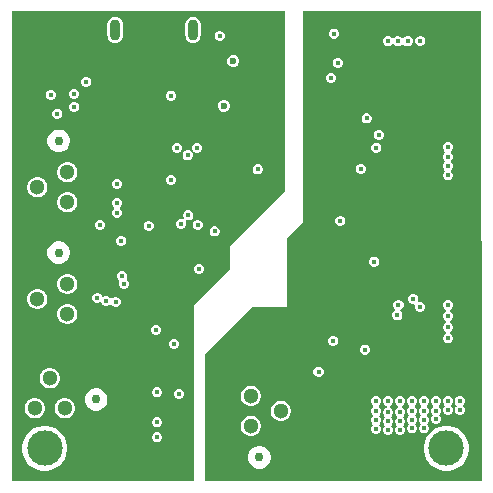
<source format=gbr>
%TF.GenerationSoftware,Altium Limited,Altium Designer,22.10.1 (41)*%
G04 Layer_Physical_Order=3*
G04 Layer_Color=16440176*
%FSLAX45Y45*%
%MOMM*%
%TF.SameCoordinates,8EF9DDD9-B046-4884-B7CB-8C41A3A7CB5C*%
%TF.FilePolarity,Positive*%
%TF.FileFunction,Copper,L3,Inr,Signal*%
%TF.Part,Single*%
G01*
G75*
%TA.AperFunction,ComponentPad*%
%ADD46C,1.30000*%
%ADD47C,0.75000*%
%TA.AperFunction,WasherPad*%
%ADD48C,3.00000*%
%TA.AperFunction,SMDPad,CuDef*%
%ADD49C,3.00000*%
%TA.AperFunction,ComponentPad*%
%ADD50O,0.90000X1.80000*%
%TA.AperFunction,ViaPad*%
%ADD51C,0.45000*%
%ADD52C,0.50000*%
%ADD53C,0.60000*%
G36*
X3995517Y3584072D02*
X3995537Y3568452D01*
X3995537Y3568452D01*
X3995537Y3568451D01*
X3996262Y2988530D01*
X3996262Y2988530D01*
X3996262Y2988529D01*
X3996583Y2732306D01*
X3996582Y2732305D01*
X3996583Y2732305D01*
X3996626Y2697621D01*
X3996626Y2697621D01*
X3996626Y2697621D01*
X3996725Y2618454D01*
X3996725Y2618454D01*
X3996725Y2618453D01*
X3997231Y2214047D01*
X3997231Y2214046D01*
X3997231Y2214046D01*
X3997618Y1904074D01*
X3997638Y1888454D01*
X3997638Y1888454D01*
X3997638Y1888453D01*
X3997694Y1843971D01*
X3997693Y1843970D01*
X3997694Y1843970D01*
X3998016Y1586576D01*
X3998015Y1586575D01*
X3998016Y1586575D01*
X3998055Y1555281D01*
X3998054Y1555281D01*
X3998055Y1555280D01*
X3998076Y1538428D01*
X3998075Y1538427D01*
X3998084Y1531029D01*
X3998085Y1531029D01*
X3998122Y1501547D01*
X3998122Y1501546D01*
X3998122Y1501546D01*
X3998138Y1488707D01*
X3998138Y1488707D01*
X3998138Y1488706D01*
X3998183Y1452697D01*
X3998183Y1452696D01*
X3998183Y1452696D01*
X3998239Y1408213D01*
X3998238Y1408213D01*
X3998239Y1408213D01*
X3998263Y1388972D01*
X3998263Y1388971D01*
X3998263Y1388971D01*
X3998355Y1314880D01*
X3998355Y1314880D01*
X3998355Y1314880D01*
X3998398Y1280834D01*
X3998398Y1280834D01*
X3998398Y1280833D01*
X3998437Y1250000D01*
X3998436Y1250000D01*
X3998437Y1250000D01*
X3998472Y1221547D01*
X3998472Y1221546D01*
X3998472Y1221546D01*
X3998527Y1177702D01*
X3998527Y1177702D01*
X3998527Y1177701D01*
X3998570Y1143656D01*
X3998569Y1143656D01*
X3998570Y1143655D01*
X3998625Y1099173D01*
X3998625Y1099172D01*
X3998625Y1099172D01*
X3998762Y990000D01*
X3998761Y990000D01*
X3998762Y990000D01*
X3998845Y923426D01*
X3998845Y923426D01*
X3998845Y923426D01*
X3999082Y733530D01*
X3999082Y733530D01*
X3999082Y733529D01*
X3999173Y661471D01*
X3999172Y661470D01*
X3999193Y644999D01*
X3999193D01*
X3999217Y625954D01*
X3999217Y625954D01*
X3999217Y625953D01*
X3999254Y596547D01*
X3999254Y596546D01*
X3999254Y596546D01*
X3999274Y580001D01*
X3999274Y580000D01*
X3999293Y565000D01*
X3999293Y565000D01*
X3999311Y550954D01*
X3999311Y550954D01*
X3999311Y550953D01*
X3999330Y535954D01*
X3999329Y535954D01*
X3999388Y488529D01*
X3999389D01*
X3999420Y463454D01*
X3999419Y463454D01*
X3999428Y456691D01*
X3999429Y456690D01*
X3999445Y444047D01*
X3999444Y444046D01*
X3999445Y444046D01*
X3999473Y421483D01*
X3999472Y421483D01*
X3999493Y404500D01*
X3999494D01*
X3999626Y298519D01*
X3999626Y298519D01*
X3999626Y298518D01*
X3999694Y244579D01*
X3999694Y244579D01*
X3999694Y244578D01*
X3999795Y164169D01*
X3999794Y164169D01*
X3999795Y164169D01*
X3999817Y146482D01*
X3999816Y146481D01*
X3999817Y146481D01*
X3999862Y110000D01*
X3999862Y110000D01*
X3999862Y109999D01*
X3999963Y29377D01*
X3990988Y20391D01*
X1656247D01*
Y1098750D01*
X2052497Y1495000D01*
X2349997D01*
X2354997Y2082500D01*
X2487497Y2215000D01*
Y4000000D01*
X3994997D01*
X3995517Y3584072D01*
D02*
G37*
G36*
X2335000Y2475000D02*
X1870000Y2010000D01*
Y1820000D01*
X1560000Y1510000D01*
Y20391D01*
X20391D01*
Y4000000D01*
X2335000D01*
Y2475000D01*
D02*
G37*
%LPC*%
G36*
X3380954Y3787501D02*
X3364047D01*
X3348426Y3781031D01*
X3336471Y3769076D01*
X3336351Y3768787D01*
X3323651D01*
X3323531Y3769076D01*
X3311576Y3781031D01*
X3295955Y3787501D01*
X3279048D01*
X3263428Y3781031D01*
X3253810Y3771414D01*
X3246252Y3770031D01*
X3238694Y3771414D01*
X3229077Y3781031D01*
X3213456Y3787501D01*
X3196549D01*
X3180928Y3781031D01*
X3168973Y3769076D01*
X3162503Y3753455D01*
Y3736548D01*
X3168973Y3720927D01*
X3180928Y3708972D01*
X3196549Y3702502D01*
X3213456D01*
X3229077Y3708972D01*
X3238694Y3718589D01*
X3246252Y3719972D01*
X3253810Y3718589D01*
X3263428Y3708972D01*
X3279048Y3702502D01*
X3295955D01*
X3311576Y3708972D01*
X3323531Y3720927D01*
X3323651Y3721216D01*
X3336351D01*
X3336471Y3720927D01*
X3348426Y3708972D01*
X3364047Y3702502D01*
X3380954D01*
X3396574Y3708972D01*
X3408530Y3720927D01*
X3415000Y3736548D01*
Y3753455D01*
X3408530Y3769076D01*
X3396574Y3781031D01*
X3380954Y3787501D01*
D02*
G37*
G36*
X2758454Y3852500D02*
X2741546D01*
X2725926Y3846030D01*
X2713970Y3834074D01*
X2707500Y3818454D01*
Y3801546D01*
X2713970Y3785926D01*
X2725926Y3773970D01*
X2741546Y3767500D01*
X2758454D01*
X2774074Y3773970D01*
X2786030Y3785926D01*
X2792500Y3801546D01*
Y3818454D01*
X2786030Y3834074D01*
X2774074Y3846030D01*
X2758454Y3852500D01*
D02*
G37*
G36*
X3488452Y3790001D02*
X3471544D01*
X3455924Y3783530D01*
X3443968Y3771575D01*
X3437498Y3755954D01*
Y3739047D01*
X3443968Y3723427D01*
X3455924Y3711471D01*
X3471544Y3705001D01*
X3488452D01*
X3504072Y3711471D01*
X3516028Y3723427D01*
X3522498Y3739047D01*
Y3755954D01*
X3516028Y3771575D01*
X3504072Y3783530D01*
X3488452Y3790001D01*
D02*
G37*
G36*
X2788453Y3602498D02*
X2771546D01*
X2755925Y3596028D01*
X2743970Y3584072D01*
X2737500Y3568452D01*
Y3551544D01*
X2743970Y3535924D01*
X2755925Y3523968D01*
X2771546Y3517498D01*
X2788453D01*
X2804074Y3523968D01*
X2816029Y3535924D01*
X2822499Y3551544D01*
Y3568452D01*
X2816029Y3584072D01*
X2804074Y3596028D01*
X2788453Y3602498D01*
D02*
G37*
G36*
X2733253Y3477499D02*
X2716346D01*
X2700725Y3471029D01*
X2688770Y3459074D01*
X2682300Y3443453D01*
Y3426546D01*
X2688770Y3410925D01*
X2700725Y3398970D01*
X2716346Y3392500D01*
X2733253D01*
X2748874Y3398970D01*
X2760829Y3410925D01*
X2767299Y3426546D01*
Y3443453D01*
X2760829Y3459074D01*
X2748874Y3471029D01*
X2733253Y3477499D01*
D02*
G37*
G36*
X3033454Y3135000D02*
X3016546D01*
X3000926Y3128530D01*
X2988970Y3116574D01*
X2982500Y3100954D01*
Y3084046D01*
X2988970Y3068426D01*
X3000926Y3056470D01*
X3016546Y3050000D01*
X3033454D01*
X3049074Y3056470D01*
X3061030Y3068426D01*
X3067500Y3084046D01*
Y3100954D01*
X3061030Y3116574D01*
X3049074Y3128530D01*
X3033454Y3135000D01*
D02*
G37*
G36*
X3135954Y2995000D02*
X3119046D01*
X3103426Y2988530D01*
X3091470Y2976574D01*
X3085000Y2960954D01*
Y2944046D01*
X3091470Y2928426D01*
X3103426Y2916470D01*
X3119046Y2910000D01*
X3135954D01*
X3151574Y2916470D01*
X3163530Y2928426D01*
X3170000Y2944046D01*
Y2960954D01*
X3163530Y2976574D01*
X3151574Y2988530D01*
X3135954Y2995000D01*
D02*
G37*
G36*
X3115954Y2887500D02*
X3099046D01*
X3083426Y2881030D01*
X3071470Y2869074D01*
X3065000Y2853454D01*
Y2836546D01*
X3071470Y2820926D01*
X3083426Y2808970D01*
X3099046Y2802500D01*
X3115954D01*
X3131574Y2808970D01*
X3143530Y2820926D01*
X3150000Y2836546D01*
Y2853454D01*
X3143530Y2869074D01*
X3131574Y2881030D01*
X3115954Y2887500D01*
D02*
G37*
G36*
X2983454Y2705000D02*
X2966546D01*
X2950926Y2698530D01*
X2938970Y2686574D01*
X2932500Y2670954D01*
Y2654046D01*
X2938970Y2638426D01*
X2950926Y2626470D01*
X2966546Y2620000D01*
X2983454D01*
X2999074Y2626470D01*
X3011030Y2638426D01*
X3017500Y2654046D01*
Y2670954D01*
X3011030Y2686574D01*
X2999074Y2698530D01*
X2983454Y2705000D01*
D02*
G37*
G36*
X3721453Y2890002D02*
X3704545D01*
X3688925Y2883532D01*
X3676969Y2871577D01*
X3670499Y2855956D01*
Y2839049D01*
X3676969Y2823428D01*
X3684231Y2816167D01*
X3687511Y2807919D01*
X3684231Y2799671D01*
X3676969Y2792409D01*
X3670499Y2776789D01*
Y2759881D01*
X3676969Y2744261D01*
X3684231Y2736999D01*
X3687511Y2728751D01*
X3684231Y2720503D01*
X3676969Y2713242D01*
X3670499Y2697621D01*
Y2680714D01*
X3676969Y2665093D01*
X3684231Y2657832D01*
X3687511Y2649584D01*
X3684231Y2641336D01*
X3676969Y2634074D01*
X3670499Y2618454D01*
Y2601546D01*
X3676969Y2585926D01*
X3688925Y2573970D01*
X3704545Y2567500D01*
X3721453D01*
X3737073Y2573970D01*
X3749029Y2585926D01*
X3755499Y2601546D01*
Y2618454D01*
X3749029Y2634074D01*
X3741767Y2641336D01*
X3738487Y2649584D01*
X3741767Y2657832D01*
X3749029Y2665093D01*
X3755499Y2680714D01*
Y2697621D01*
X3749029Y2713242D01*
X3741767Y2720503D01*
X3738487Y2728751D01*
X3741767Y2736999D01*
X3749029Y2744261D01*
X3755499Y2759881D01*
Y2776789D01*
X3749029Y2792409D01*
X3741767Y2799671D01*
X3738487Y2807919D01*
X3741767Y2816167D01*
X3749029Y2823428D01*
X3755499Y2839049D01*
Y2855956D01*
X3749029Y2871577D01*
X3737073Y2883532D01*
X3721453Y2890002D01*
D02*
G37*
G36*
X2810954Y2265000D02*
X2794046D01*
X2778426Y2258530D01*
X2766470Y2246574D01*
X2760000Y2230954D01*
Y2214046D01*
X2766470Y2198426D01*
X2778426Y2186470D01*
X2794046Y2180000D01*
X2810954D01*
X2826574Y2186470D01*
X2838530Y2198426D01*
X2845000Y2214046D01*
Y2230954D01*
X2838530Y2246574D01*
X2826574Y2258530D01*
X2810954Y2265000D01*
D02*
G37*
G36*
X3098454Y1922500D02*
X3081546D01*
X3065926Y1916030D01*
X3053970Y1904074D01*
X3047500Y1888454D01*
Y1871546D01*
X3053970Y1855926D01*
X3065926Y1843970D01*
X3081546Y1837500D01*
X3098454D01*
X3114074Y1843970D01*
X3126030Y1855926D01*
X3132500Y1871546D01*
Y1888454D01*
X3126030Y1904074D01*
X3114074Y1916030D01*
X3098454Y1922500D01*
D02*
G37*
G36*
X3428452Y1605001D02*
X3411545D01*
X3395924Y1598531D01*
X3383969Y1586575D01*
X3377498Y1570955D01*
Y1554048D01*
X3383969Y1538427D01*
X3395924Y1526472D01*
X3411545Y1520002D01*
X3425608D01*
X3432338Y1513115D01*
X3434739Y1508859D01*
X3432500Y1503454D01*
Y1486546D01*
X3438970Y1470926D01*
X3450926Y1458970D01*
X3466546Y1452500D01*
X3483454D01*
X3499074Y1458970D01*
X3511030Y1470926D01*
X3517500Y1486546D01*
Y1503454D01*
X3511030Y1519074D01*
X3499074Y1531030D01*
X3483454Y1537500D01*
X3469390D01*
X3462661Y1544386D01*
X3460259Y1548642D01*
X3462498Y1554048D01*
Y1570955D01*
X3456028Y1586575D01*
X3444072Y1598531D01*
X3428452Y1605001D01*
D02*
G37*
G36*
X3303171Y1555281D02*
X3286264D01*
X3270643Y1548810D01*
X3258688Y1536855D01*
X3252218Y1521234D01*
Y1504327D01*
X3258688Y1488707D01*
X3269194Y1478201D01*
X3269336Y1470032D01*
X3268169Y1464030D01*
X3260928Y1461031D01*
X3248973Y1449075D01*
X3242503Y1433455D01*
Y1416547D01*
X3248973Y1400927D01*
X3260928Y1388971D01*
X3276549Y1382501D01*
X3293456D01*
X3309076Y1388971D01*
X3321032Y1400927D01*
X3327502Y1416547D01*
Y1433455D01*
X3321032Y1449075D01*
X3310526Y1459581D01*
X3310384Y1467750D01*
X3311551Y1473752D01*
X3318792Y1476751D01*
X3330747Y1488707D01*
X3337217Y1504327D01*
Y1521234D01*
X3330747Y1536855D01*
X3318792Y1548810D01*
X3303171Y1555281D01*
D02*
G37*
G36*
X3720952Y1552500D02*
X3704045D01*
X3688424Y1546030D01*
X3676469Y1534074D01*
X3669999Y1518454D01*
Y1501546D01*
X3676469Y1485926D01*
X3688424Y1473970D01*
X3697511Y1470207D01*
Y1456460D01*
X3688424Y1452696D01*
X3676469Y1440741D01*
X3669999Y1425120D01*
Y1408213D01*
X3676469Y1392593D01*
X3688424Y1380637D01*
X3697511Y1376873D01*
Y1363127D01*
X3688424Y1359363D01*
X3676469Y1347408D01*
X3669999Y1331787D01*
Y1314880D01*
X3676469Y1299259D01*
X3688424Y1287304D01*
X3697511Y1283540D01*
Y1269793D01*
X3688424Y1266030D01*
X3676469Y1254074D01*
X3669999Y1238454D01*
Y1221546D01*
X3676469Y1205926D01*
X3688424Y1193970D01*
X3704045Y1187500D01*
X3720952D01*
X3736573Y1193970D01*
X3748528Y1205926D01*
X3754998Y1221546D01*
Y1238454D01*
X3748528Y1254074D01*
X3736573Y1266030D01*
X3727486Y1269793D01*
Y1283540D01*
X3736573Y1287304D01*
X3748528Y1299259D01*
X3754998Y1314880D01*
Y1331787D01*
X3748528Y1347408D01*
X3736573Y1359363D01*
X3727486Y1363127D01*
Y1376873D01*
X3736573Y1380637D01*
X3748528Y1392593D01*
X3754998Y1408213D01*
Y1425120D01*
X3748528Y1440741D01*
X3736573Y1452696D01*
X3727486Y1456460D01*
Y1470207D01*
X3736573Y1473970D01*
X3748528Y1485926D01*
X3754998Y1501546D01*
Y1518454D01*
X3748528Y1534074D01*
X3736573Y1546030D01*
X3720952Y1552500D01*
D02*
G37*
G36*
X2750954Y1250000D02*
X2734046D01*
X2718426Y1243530D01*
X2706470Y1231574D01*
X2700000Y1215954D01*
Y1199046D01*
X2706470Y1183426D01*
X2718426Y1171470D01*
X2734046Y1165000D01*
X2750954D01*
X2766574Y1171470D01*
X2778530Y1183426D01*
X2785000Y1199046D01*
Y1215954D01*
X2778530Y1231574D01*
X2766574Y1243530D01*
X2750954Y1250000D01*
D02*
G37*
G36*
X3018711Y1177702D02*
X3001804D01*
X2986183Y1171232D01*
X2974228Y1159276D01*
X2967758Y1143656D01*
Y1126748D01*
X2974228Y1111128D01*
X2986183Y1099172D01*
X3001804Y1092702D01*
X3018711D01*
X3034331Y1099172D01*
X3046287Y1111128D01*
X3052757Y1126748D01*
Y1143656D01*
X3046287Y1159276D01*
X3034331Y1171232D01*
X3018711Y1177702D01*
D02*
G37*
G36*
X2625954Y990000D02*
X2609046D01*
X2593426Y983530D01*
X2581470Y971574D01*
X2575000Y955954D01*
Y939046D01*
X2581470Y923426D01*
X2593426Y911470D01*
X2609046Y905000D01*
X2625954D01*
X2641574Y911470D01*
X2653530Y923426D01*
X2660000Y939046D01*
Y955954D01*
X2653530Y971574D01*
X2641574Y983530D01*
X2625954Y990000D01*
D02*
G37*
G36*
X2054689Y828499D02*
X2032308D01*
X2010689Y822707D01*
X1991307Y811517D01*
X1975481Y795691D01*
X1964291Y776308D01*
X1958498Y754690D01*
Y732309D01*
X1964291Y710691D01*
X1975481Y691308D01*
X1991307Y675483D01*
X2010689Y664292D01*
X2032308Y658500D01*
X2054689D01*
X2076307Y664292D01*
X2095689Y675483D01*
X2111515Y691308D01*
X2122705Y710691D01*
X2128498Y732309D01*
Y754690D01*
X2122705Y776308D01*
X2111515Y795691D01*
X2095689Y811517D01*
X2076307Y822707D01*
X2054689Y828499D01*
D02*
G37*
G36*
X3821669Y740000D02*
X3804762D01*
X3789141Y733530D01*
X3777185Y721574D01*
X3770715Y705954D01*
Y689046D01*
X3777185Y673426D01*
X3782315Y668297D01*
X3788113Y660000D01*
X3782315Y651703D01*
X3777185Y646574D01*
X3770715Y630954D01*
Y614046D01*
X3777185Y598426D01*
X3789141Y586470D01*
X3804762Y580000D01*
X3821669D01*
X3837289Y586470D01*
X3849245Y598426D01*
X3855715Y614046D01*
Y630954D01*
X3849245Y646574D01*
X3844116Y651703D01*
X3838317Y660000D01*
X3844116Y668297D01*
X3849245Y673426D01*
X3855715Y689046D01*
Y705954D01*
X3849245Y721574D01*
X3837289Y733530D01*
X3821669Y740000D01*
D02*
G37*
G36*
X3720597D02*
X3703690D01*
X3688069Y733530D01*
X3676114Y721574D01*
X3669644Y705954D01*
Y689046D01*
X3676114Y673426D01*
X3681243Y668297D01*
X3687041Y660000D01*
X3681243Y651703D01*
X3676114Y646574D01*
X3669644Y630954D01*
Y614046D01*
X3676114Y598426D01*
X3688069Y586470D01*
X3703690Y580000D01*
X3720597D01*
X3736218Y586470D01*
X3748173Y598426D01*
X3754643Y614046D01*
Y630954D01*
X3748173Y646574D01*
X3743044Y651703D01*
X3737246Y660000D01*
X3743044Y668297D01*
X3748173Y673426D01*
X3754643Y689046D01*
Y705954D01*
X3748173Y721574D01*
X3736218Y733530D01*
X3720597Y740000D01*
D02*
G37*
G36*
X2308689Y701499D02*
X2286308D01*
X2264689Y695707D01*
X2245307Y684517D01*
X2229481Y668691D01*
X2218291Y649308D01*
X2212498Y627690D01*
Y605309D01*
X2218291Y583691D01*
X2229481Y564308D01*
X2245307Y548483D01*
X2264689Y537292D01*
X2286308Y531500D01*
X2308689D01*
X2330307Y537292D01*
X2349689Y548483D01*
X2365515Y564308D01*
X2376705Y583691D01*
X2382498Y605309D01*
Y627690D01*
X2376705Y649308D01*
X2365515Y668691D01*
X2349689Y684517D01*
X2330307Y695707D01*
X2308689Y701499D01*
D02*
G37*
G36*
X3619525Y740000D02*
X3602618D01*
X3586998Y733530D01*
X3575042Y721574D01*
X3568572Y705954D01*
Y689046D01*
X3575042Y673426D01*
X3582893Y665576D01*
X3585644Y657500D01*
X3582893Y649424D01*
X3575042Y641574D01*
X3568572Y625954D01*
Y609046D01*
X3575042Y593426D01*
X3585968Y582500D01*
X3575042Y571574D01*
X3568572Y555954D01*
Y539046D01*
X3575042Y523426D01*
X3586998Y511470D01*
X3602618Y505000D01*
X3619525D01*
X3635146Y511470D01*
X3647101Y523426D01*
X3653572Y539046D01*
Y555954D01*
X3647101Y571574D01*
X3636176Y582500D01*
X3647101Y593426D01*
X3653572Y609046D01*
Y625954D01*
X3647101Y641574D01*
X3639251Y649424D01*
X3636499Y657500D01*
X3639251Y665576D01*
X3647101Y673426D01*
X3653572Y689046D01*
Y705954D01*
X3647101Y721574D01*
X3635146Y733530D01*
X3619525Y740000D01*
D02*
G37*
G36*
X3518454D02*
X3501546D01*
X3485926Y733530D01*
X3473970Y721574D01*
X3467500Y705954D01*
Y689046D01*
X3473970Y673426D01*
X3481821Y665576D01*
X3484573Y657500D01*
X3481821Y649424D01*
X3473970Y641574D01*
X3467500Y625954D01*
Y609046D01*
X3473970Y593426D01*
X3480350Y587047D01*
X3484549Y578750D01*
X3480350Y570453D01*
X3473970Y564074D01*
X3467500Y548454D01*
Y531546D01*
X3473970Y515926D01*
X3477850Y512047D01*
X3485717Y503750D01*
X3477850Y495453D01*
X3473970Y491574D01*
X3467500Y475954D01*
Y459046D01*
X3473970Y443426D01*
X3485926Y431470D01*
X3501546Y425000D01*
X3518454D01*
X3534074Y431470D01*
X3546030Y443426D01*
X3552500Y459046D01*
Y475954D01*
X3546030Y491574D01*
X3542151Y495453D01*
X3534284Y503750D01*
X3542151Y512047D01*
X3546030Y515926D01*
X3552500Y531546D01*
Y548454D01*
X3546030Y564074D01*
X3539651Y570453D01*
X3535451Y578750D01*
X3539651Y587047D01*
X3546030Y593426D01*
X3552500Y609046D01*
Y625954D01*
X3546030Y641574D01*
X3538179Y649424D01*
X3535428Y657500D01*
X3538179Y665576D01*
X3546030Y673426D01*
X3552500Y689046D01*
Y705954D01*
X3546030Y721574D01*
X3534074Y733530D01*
X3518454Y740000D01*
D02*
G37*
G36*
X3417382D02*
X3400475D01*
X3384854Y733530D01*
X3372899Y721574D01*
X3366429Y705954D01*
Y689046D01*
X3372899Y673426D01*
X3380749Y665576D01*
X3383501Y657500D01*
X3380749Y649424D01*
X3372899Y641574D01*
X3366429Y625954D01*
Y609046D01*
X3372899Y593426D01*
X3378028Y588297D01*
X3383826Y580000D01*
X3378028Y571703D01*
X3372899Y566574D01*
X3366429Y550954D01*
Y534046D01*
X3372899Y518426D01*
X3378028Y513297D01*
X3383826Y505000D01*
X3378028Y496703D01*
X3372899Y491574D01*
X3366429Y475954D01*
Y459046D01*
X3372899Y443426D01*
X3384854Y431470D01*
X3400475Y425000D01*
X3417382D01*
X3433003Y431470D01*
X3444958Y443426D01*
X3451428Y459046D01*
Y475954D01*
X3444958Y491574D01*
X3439829Y496703D01*
X3434030Y505000D01*
X3439829Y513297D01*
X3444958Y518426D01*
X3451428Y534046D01*
Y550954D01*
X3444958Y566574D01*
X3439829Y571703D01*
X3434030Y580000D01*
X3439829Y588297D01*
X3444958Y593426D01*
X3451428Y609046D01*
Y625954D01*
X3444958Y641574D01*
X3437108Y649424D01*
X3434356Y657500D01*
X3437108Y665576D01*
X3444958Y673426D01*
X3451428Y689046D01*
Y705954D01*
X3444958Y721574D01*
X3433003Y733530D01*
X3417382Y740000D01*
D02*
G37*
G36*
X3114167D02*
X3097260D01*
X3081639Y733530D01*
X3069684Y721574D01*
X3063214Y705954D01*
Y689046D01*
X3069684Y673426D01*
X3080362Y662747D01*
X3081062Y655500D01*
X3080362Y648253D01*
X3069684Y637574D01*
X3063214Y621954D01*
Y605046D01*
X3069684Y589426D01*
X3076063Y583047D01*
X3080262Y574750D01*
X3076063Y566453D01*
X3069684Y560074D01*
X3063214Y544454D01*
Y527546D01*
X3069684Y511926D01*
X3073563Y508047D01*
X3081430Y499750D01*
X3073563Y491453D01*
X3069684Y487574D01*
X3063214Y471954D01*
Y455046D01*
X3069684Y439426D01*
X3081639Y427470D01*
X3097260Y421000D01*
X3114167D01*
X3129787Y427470D01*
X3141743Y439426D01*
X3148213Y455046D01*
Y471954D01*
X3141743Y487574D01*
X3137864Y491453D01*
X3129997Y499750D01*
X3137864Y508047D01*
X3141743Y511926D01*
X3148213Y527546D01*
Y544454D01*
X3141743Y560074D01*
X3135364Y566453D01*
X3131165Y574750D01*
X3135364Y583047D01*
X3141743Y589426D01*
X3148213Y605046D01*
Y621954D01*
X3141743Y637574D01*
X3131064Y648253D01*
X3130364Y655500D01*
X3131064Y662747D01*
X3141743Y673426D01*
X3148213Y689046D01*
Y705954D01*
X3141743Y721574D01*
X3129787Y733530D01*
X3114167Y740000D01*
D02*
G37*
G36*
X3316310D02*
X3299403D01*
X3283783Y733530D01*
X3271827Y721574D01*
X3265357Y705954D01*
Y689046D01*
X3271827Y673426D01*
X3283783Y661470D01*
X3291863Y658123D01*
Y644377D01*
X3283783Y641030D01*
X3271827Y629074D01*
X3265357Y613454D01*
Y596546D01*
X3271827Y580926D01*
X3278206Y574547D01*
X3282405Y566250D01*
X3278206Y557953D01*
X3271827Y551574D01*
X3265357Y535954D01*
Y519046D01*
X3271827Y503426D01*
X3275706Y499547D01*
X3283573Y491250D01*
X3275706Y482953D01*
X3271827Y479074D01*
X3265357Y463454D01*
Y446546D01*
X3271827Y430926D01*
X3283783Y418970D01*
X3299403Y412500D01*
X3316310D01*
X3331931Y418970D01*
X3343886Y430926D01*
X3350357Y446546D01*
Y463454D01*
X3343886Y479074D01*
X3340007Y482953D01*
X3332140Y491250D01*
X3340007Y499547D01*
X3343886Y503426D01*
X3350357Y519046D01*
Y535954D01*
X3343886Y551574D01*
X3337507Y557953D01*
X3333308Y566250D01*
X3337507Y574547D01*
X3343886Y580926D01*
X3350357Y596546D01*
Y613454D01*
X3343886Y629074D01*
X3331931Y641030D01*
X3323850Y644377D01*
Y658123D01*
X3331931Y661470D01*
X3343886Y673426D01*
X3350357Y689046D01*
Y705954D01*
X3343886Y721574D01*
X3331931Y733530D01*
X3316310Y740000D01*
D02*
G37*
G36*
X3215239D02*
X3198331D01*
X3182711Y733530D01*
X3170755Y721574D01*
X3164285Y705954D01*
Y689046D01*
X3170755Y673426D01*
X3182711Y661470D01*
X3194148Y656733D01*
Y643267D01*
X3182711Y638530D01*
X3170755Y626574D01*
X3164285Y610954D01*
Y594046D01*
X3170755Y578426D01*
X3175884Y573297D01*
X3181683Y565000D01*
X3175884Y556703D01*
X3170755Y551574D01*
X3164285Y535954D01*
Y519046D01*
X3170755Y503426D01*
X3175885Y498297D01*
X3181683Y490000D01*
X3175885Y481703D01*
X3170755Y476574D01*
X3164285Y460954D01*
Y444046D01*
X3170755Y428426D01*
X3182711Y416470D01*
X3198331Y410000D01*
X3215239D01*
X3230859Y416470D01*
X3242815Y428426D01*
X3249285Y444046D01*
Y460954D01*
X3242815Y476574D01*
X3237685Y481703D01*
X3231887Y490000D01*
X3237685Y498297D01*
X3242815Y503426D01*
X3249285Y519046D01*
Y535954D01*
X3242815Y551574D01*
X3237686Y556703D01*
X3231887Y565000D01*
X3237686Y573297D01*
X3242815Y578426D01*
X3249285Y594046D01*
Y610954D01*
X3242815Y626574D01*
X3230859Y638530D01*
X3219422Y643267D01*
Y656733D01*
X3230859Y661470D01*
X3242815Y673426D01*
X3249285Y689046D01*
Y705954D01*
X3242815Y721574D01*
X3230859Y733530D01*
X3215239Y740000D01*
D02*
G37*
G36*
X2054689Y574499D02*
X2032308D01*
X2010689Y568707D01*
X1991307Y557517D01*
X1975481Y541691D01*
X1964291Y522308D01*
X1958498Y500690D01*
Y478309D01*
X1964291Y456691D01*
X1975481Y437308D01*
X1991307Y421483D01*
X2010689Y410292D01*
X2032308Y404500D01*
X2054689D01*
X2076307Y410292D01*
X2095689Y421483D01*
X2111515Y437308D01*
X2122705Y456691D01*
X2128498Y478309D01*
Y500690D01*
X2122705Y522308D01*
X2111515Y541691D01*
X2095689Y557517D01*
X2076307Y568707D01*
X2054689Y574499D01*
D02*
G37*
G36*
X2130005Y317500D02*
X2104991D01*
X2080830Y311026D01*
X2059167Y298519D01*
X2041480Y280831D01*
X2028973Y259168D01*
X2022499Y235007D01*
Y209993D01*
X2028973Y185831D01*
X2041480Y164169D01*
X2059167Y146481D01*
X2080830Y133974D01*
X2104991Y127500D01*
X2130005D01*
X2154167Y133974D01*
X2175830Y146481D01*
X2193517Y164169D01*
X2206024Y185831D01*
X2212498Y209993D01*
Y235007D01*
X2206024Y259168D01*
X2193517Y280831D01*
X2175830Y298519D01*
X2154167Y311026D01*
X2130005Y317500D01*
D02*
G37*
G36*
X3718711Y489999D02*
X3681284D01*
X3644577Y482698D01*
X3609999Y468375D01*
X3578880Y447582D01*
X3552415Y421117D01*
X3531622Y389998D01*
X3517300Y355420D01*
X3509998Y318713D01*
Y281286D01*
X3517300Y244579D01*
X3531622Y210001D01*
X3552415Y178882D01*
X3578880Y152417D01*
X3609999Y131624D01*
X3644577Y117301D01*
X3681284Y110000D01*
X3718711D01*
X3755418Y117301D01*
X3789996Y131624D01*
X3821116Y152417D01*
X3847580Y178882D01*
X3868373Y210001D01*
X3882696Y244579D01*
X3889998Y281286D01*
Y318713D01*
X3882696Y355420D01*
X3868373Y389998D01*
X3847580Y421117D01*
X3821116Y447582D01*
X3789996Y468375D01*
X3755418Y482698D01*
X3718711Y489999D01*
D02*
G37*
G36*
X1788454Y3832500D02*
X1771546D01*
X1755926Y3826030D01*
X1743970Y3814074D01*
X1737500Y3798454D01*
Y3781546D01*
X1743970Y3765926D01*
X1755926Y3753970D01*
X1771546Y3747500D01*
X1788454D01*
X1804074Y3753970D01*
X1816030Y3765926D01*
X1822500Y3781546D01*
Y3798454D01*
X1816030Y3814074D01*
X1804074Y3826030D01*
X1788454Y3832500D01*
D02*
G37*
G36*
X1554998Y3953062D02*
X1538030Y3950829D01*
X1522218Y3944279D01*
X1508640Y3933860D01*
X1498221Y3920282D01*
X1491671Y3904470D01*
X1489437Y3887502D01*
Y3797502D01*
X1491671Y3780533D01*
X1498221Y3764721D01*
X1508640Y3751144D01*
X1522218Y3740725D01*
X1538030Y3734175D01*
X1554998Y3731941D01*
X1571967Y3734175D01*
X1587778Y3740725D01*
X1601356Y3751144D01*
X1611775Y3764721D01*
X1618325Y3780533D01*
X1620559Y3797502D01*
Y3887502D01*
X1618325Y3904470D01*
X1611775Y3920282D01*
X1601356Y3933860D01*
X1587778Y3944279D01*
X1571967Y3950829D01*
X1554998Y3953062D01*
D02*
G37*
G36*
X894999D02*
X878031Y3950829D01*
X862219Y3944279D01*
X848641Y3933860D01*
X838222Y3920282D01*
X831673Y3904470D01*
X829439Y3887502D01*
Y3797502D01*
X831673Y3780533D01*
X838222Y3764721D01*
X848641Y3751144D01*
X862219Y3740725D01*
X878031Y3734175D01*
X894999Y3731941D01*
X911968Y3734175D01*
X927780Y3740725D01*
X941358Y3751144D01*
X951777Y3764721D01*
X958326Y3780533D01*
X960560Y3797502D01*
Y3887502D01*
X958326Y3904470D01*
X951777Y3920282D01*
X941358Y3933860D01*
X927780Y3944279D01*
X911968Y3950829D01*
X894999Y3953062D01*
D02*
G37*
G36*
X1906895Y3627104D02*
X1887003D01*
X1868626Y3619492D01*
X1854561Y3605427D01*
X1846949Y3587050D01*
Y3567159D01*
X1854561Y3548782D01*
X1868626Y3534716D01*
X1887003Y3527104D01*
X1906895D01*
X1925272Y3534716D01*
X1939337Y3548782D01*
X1946949Y3567159D01*
Y3587050D01*
X1939337Y3605427D01*
X1925272Y3619492D01*
X1906895Y3627104D01*
D02*
G37*
G36*
X659953Y3442498D02*
X643046D01*
X627426Y3436028D01*
X615470Y3424072D01*
X609000Y3408452D01*
Y3391545D01*
X615470Y3375924D01*
X627426Y3363969D01*
X643046Y3357498D01*
X659953D01*
X675574Y3363969D01*
X687529Y3375924D01*
X694000Y3391545D01*
Y3408452D01*
X687529Y3424072D01*
X675574Y3436028D01*
X659953Y3442498D01*
D02*
G37*
G36*
X555954Y3342500D02*
X539046D01*
X523426Y3336030D01*
X511470Y3324074D01*
X505000Y3308454D01*
Y3291546D01*
X511470Y3275926D01*
X523426Y3263970D01*
X539046Y3257500D01*
X555954D01*
X571574Y3263970D01*
X583530Y3275926D01*
X590000Y3291546D01*
Y3308454D01*
X583530Y3324074D01*
X571574Y3336030D01*
X555954Y3342500D01*
D02*
G37*
G36*
X358454Y3335000D02*
X341546D01*
X325926Y3328530D01*
X313970Y3316574D01*
X307500Y3300954D01*
Y3284046D01*
X313970Y3268426D01*
X325926Y3256470D01*
X341546Y3250000D01*
X358454D01*
X374074Y3256470D01*
X386030Y3268426D01*
X392500Y3284046D01*
Y3300954D01*
X386030Y3316574D01*
X374074Y3328530D01*
X358454Y3335000D01*
D02*
G37*
G36*
X1378453Y3327502D02*
X1361546D01*
X1345926Y3321032D01*
X1333970Y3309076D01*
X1327500Y3293456D01*
Y3276549D01*
X1333970Y3260928D01*
X1345926Y3248973D01*
X1361546Y3242503D01*
X1378453D01*
X1394074Y3248973D01*
X1406029Y3260928D01*
X1412500Y3276549D01*
Y3293456D01*
X1406029Y3309076D01*
X1394074Y3321032D01*
X1378453Y3327502D01*
D02*
G37*
G36*
X1825482Y3249460D02*
X1805590D01*
X1787213Y3241848D01*
X1773148Y3227783D01*
X1765536Y3209406D01*
Y3189515D01*
X1773148Y3171138D01*
X1787213Y3157072D01*
X1805590Y3149461D01*
X1825482D01*
X1843859Y3157072D01*
X1857924Y3171138D01*
X1865536Y3189515D01*
Y3209406D01*
X1857924Y3227783D01*
X1843859Y3241848D01*
X1825482Y3249460D01*
D02*
G37*
G36*
X558452Y3232100D02*
X541545D01*
X525924Y3225630D01*
X513968Y3213674D01*
X507498Y3198054D01*
Y3181146D01*
X513968Y3165526D01*
X525924Y3153570D01*
X541545Y3147100D01*
X558452D01*
X574072Y3153570D01*
X586028Y3165526D01*
X592498Y3181146D01*
Y3198054D01*
X586028Y3213674D01*
X574072Y3225630D01*
X558452Y3232100D01*
D02*
G37*
G36*
X415954Y3175000D02*
X399046D01*
X383426Y3168530D01*
X371470Y3156574D01*
X365000Y3140954D01*
Y3124046D01*
X371470Y3108426D01*
X383426Y3096470D01*
X399046Y3090000D01*
X415954D01*
X431574Y3096470D01*
X443530Y3108426D01*
X450000Y3124046D01*
Y3140954D01*
X443530Y3156574D01*
X431574Y3168530D01*
X415954Y3175000D01*
D02*
G37*
G36*
X430506Y2997000D02*
X405492D01*
X381330Y2990525D01*
X359668Y2978018D01*
X341980Y2960331D01*
X329473Y2938668D01*
X322999Y2914507D01*
Y2889493D01*
X329473Y2865331D01*
X341980Y2843669D01*
X359668Y2825981D01*
X381330Y2813474D01*
X405492Y2807000D01*
X430506D01*
X454667Y2813474D01*
X476330Y2825981D01*
X494018Y2843669D01*
X506525Y2865331D01*
X512999Y2889493D01*
Y2914507D01*
X506525Y2938668D01*
X494018Y2960331D01*
X476330Y2978018D01*
X454667Y2990525D01*
X430506Y2997000D01*
D02*
G37*
G36*
X1597743Y2885139D02*
X1580836D01*
X1565215Y2878668D01*
X1553260Y2866713D01*
X1546789Y2851092D01*
Y2834185D01*
X1553260Y2818565D01*
X1565215Y2806609D01*
X1580836Y2800139D01*
X1597743D01*
X1613363Y2806609D01*
X1625319Y2818565D01*
X1631789Y2834185D01*
Y2851092D01*
X1625319Y2866713D01*
X1613363Y2878668D01*
X1597743Y2885139D01*
D02*
G37*
G36*
X1428523D02*
X1411616D01*
X1395995Y2878668D01*
X1384040Y2866713D01*
X1377570Y2851092D01*
Y2834185D01*
X1384040Y2818565D01*
X1395995Y2806609D01*
X1411616Y2800139D01*
X1428523D01*
X1444143Y2806609D01*
X1456099Y2818565D01*
X1462569Y2834185D01*
Y2851092D01*
X1456099Y2866713D01*
X1444143Y2878668D01*
X1428523Y2885139D01*
D02*
G37*
G36*
X1518454Y2822500D02*
X1501546D01*
X1485926Y2816030D01*
X1473970Y2804074D01*
X1467500Y2788454D01*
Y2771546D01*
X1473970Y2755926D01*
X1485926Y2743970D01*
X1501546Y2737500D01*
X1518454D01*
X1534074Y2743970D01*
X1546030Y2755926D01*
X1552500Y2771546D01*
Y2788454D01*
X1546030Y2804074D01*
X1534074Y2816030D01*
X1518454Y2822500D01*
D02*
G37*
G36*
X2110954Y2702500D02*
X2094046D01*
X2078426Y2696030D01*
X2066470Y2684074D01*
X2060000Y2668454D01*
Y2651546D01*
X2066470Y2635926D01*
X2078426Y2623970D01*
X2094046Y2617500D01*
X2110954D01*
X2126574Y2623970D01*
X2138530Y2635926D01*
X2145000Y2651546D01*
Y2668454D01*
X2138530Y2684074D01*
X2126574Y2696030D01*
X2110954Y2702500D01*
D02*
G37*
G36*
X503190Y2720000D02*
X480809D01*
X459191Y2714207D01*
X439808Y2703017D01*
X423982Y2687191D01*
X412792Y2667809D01*
X406999Y2646191D01*
Y2623810D01*
X412792Y2602191D01*
X423982Y2582809D01*
X439808Y2566983D01*
X459191Y2555793D01*
X480809Y2550000D01*
X503190D01*
X524808Y2555793D01*
X544190Y2566983D01*
X560016Y2582809D01*
X571207Y2602191D01*
X576999Y2623810D01*
Y2646191D01*
X571207Y2667809D01*
X560016Y2687191D01*
X544190Y2703017D01*
X524808Y2714207D01*
X503190Y2720000D01*
D02*
G37*
G36*
X1378453Y2612502D02*
X1361546D01*
X1345926Y2606032D01*
X1333970Y2594077D01*
X1327500Y2578456D01*
Y2561549D01*
X1333970Y2545928D01*
X1345926Y2533973D01*
X1361546Y2527503D01*
X1378453D01*
X1394074Y2533973D01*
X1406029Y2545928D01*
X1412500Y2561549D01*
Y2578456D01*
X1406029Y2594077D01*
X1394074Y2606032D01*
X1378453Y2612502D01*
D02*
G37*
G36*
X920998Y2577623D02*
X904091D01*
X888470Y2571153D01*
X876515Y2559198D01*
X870045Y2543577D01*
Y2526670D01*
X876515Y2511050D01*
X888470Y2499094D01*
X904091Y2492624D01*
X920998D01*
X936619Y2499094D01*
X948574Y2511050D01*
X955044Y2526670D01*
Y2543577D01*
X948574Y2559198D01*
X936619Y2571153D01*
X920998Y2577623D01*
D02*
G37*
G36*
X249190Y2593000D02*
X226809D01*
X205191Y2587207D01*
X185808Y2576017D01*
X169982Y2560191D01*
X158792Y2540809D01*
X152999Y2519191D01*
Y2496810D01*
X158792Y2475191D01*
X169982Y2455809D01*
X185808Y2439983D01*
X205191Y2428793D01*
X226809Y2423000D01*
X249190D01*
X270808Y2428793D01*
X290190Y2439983D01*
X306016Y2455809D01*
X317207Y2475191D01*
X322999Y2496810D01*
Y2519191D01*
X317207Y2540809D01*
X306016Y2560191D01*
X290190Y2576017D01*
X270808Y2587207D01*
X249190Y2593000D01*
D02*
G37*
G36*
X503190Y2466000D02*
X480809D01*
X459191Y2460207D01*
X439808Y2449017D01*
X423982Y2433191D01*
X412792Y2413809D01*
X406999Y2392191D01*
Y2369810D01*
X412792Y2348191D01*
X423982Y2328809D01*
X439808Y2312983D01*
X459191Y2301793D01*
X480809Y2296000D01*
X503190D01*
X524808Y2301793D01*
X544190Y2312983D01*
X560016Y2328809D01*
X571207Y2348191D01*
X576999Y2369810D01*
Y2392191D01*
X571207Y2413809D01*
X560016Y2433191D01*
X544190Y2449017D01*
X524808Y2460207D01*
X503190Y2466000D01*
D02*
G37*
G36*
X920998Y2417616D02*
X904091D01*
X888470Y2411146D01*
X876515Y2399190D01*
X870045Y2383570D01*
Y2366662D01*
X876515Y2351042D01*
X884368Y2343189D01*
X887118Y2335114D01*
X884368Y2327039D01*
X876515Y2319186D01*
X870045Y2303566D01*
Y2286658D01*
X876515Y2271038D01*
X888470Y2259082D01*
X904091Y2252612D01*
X920998D01*
X936619Y2259082D01*
X948574Y2271038D01*
X955044Y2286658D01*
Y2303566D01*
X948574Y2319186D01*
X940721Y2327039D01*
X937971Y2335114D01*
X940721Y2343189D01*
X948574Y2351042D01*
X955044Y2366662D01*
Y2383570D01*
X948574Y2399190D01*
X936619Y2411146D01*
X920998Y2417616D01*
D02*
G37*
G36*
X1523828Y2313712D02*
X1506921D01*
X1491300Y2307242D01*
X1479345Y2295286D01*
X1472874Y2279666D01*
Y2262758D01*
X1478123Y2250088D01*
X1471588Y2241293D01*
X1469665Y2239845D01*
X1463254Y2242500D01*
X1446347D01*
X1430726Y2236030D01*
X1418771Y2224075D01*
X1412300Y2208454D01*
Y2191547D01*
X1418771Y2175927D01*
X1430726Y2163971D01*
X1446347Y2157501D01*
X1463254D01*
X1478874Y2163971D01*
X1490830Y2175927D01*
X1497300Y2191547D01*
Y2208454D01*
X1492052Y2221125D01*
X1498587Y2229920D01*
X1500509Y2231368D01*
X1506921Y2228712D01*
X1523828D01*
X1539448Y2235182D01*
X1551404Y2247138D01*
X1557874Y2262758D01*
Y2279666D01*
X1551404Y2295286D01*
X1539448Y2307242D01*
X1523828Y2313712D01*
D02*
G37*
G36*
X775993Y2232607D02*
X759086D01*
X743466Y2226137D01*
X731510Y2214182D01*
X725040Y2198561D01*
Y2181654D01*
X731510Y2166033D01*
X743466Y2154078D01*
X759086Y2147608D01*
X775993D01*
X791614Y2154078D01*
X803569Y2166033D01*
X810040Y2181654D01*
Y2198561D01*
X803569Y2214182D01*
X791614Y2226137D01*
X775993Y2232607D01*
D02*
G37*
G36*
X1602639Y2232005D02*
X1585732D01*
X1570111Y2225535D01*
X1558156Y2213580D01*
X1551685Y2197959D01*
Y2181052D01*
X1558156Y2165431D01*
X1570111Y2153476D01*
X1585732Y2147006D01*
X1602639D01*
X1618259Y2153476D01*
X1630215Y2165431D01*
X1636685Y2181052D01*
Y2197959D01*
X1630215Y2213580D01*
X1618259Y2225535D01*
X1602639Y2232005D01*
D02*
G37*
G36*
X1187420Y2222501D02*
X1170513D01*
X1154892Y2216030D01*
X1142936Y2204075D01*
X1136466Y2188454D01*
Y2171547D01*
X1142936Y2155927D01*
X1154892Y2143971D01*
X1170513Y2137501D01*
X1187420D01*
X1203040Y2143971D01*
X1214996Y2155927D01*
X1221466Y2171547D01*
Y2188454D01*
X1214996Y2204075D01*
X1203040Y2216030D01*
X1187420Y2222501D01*
D02*
G37*
G36*
X1746038Y2177604D02*
X1729131D01*
X1713511Y2171134D01*
X1701555Y2159178D01*
X1695085Y2143558D01*
Y2126651D01*
X1701555Y2111030D01*
X1713511Y2099075D01*
X1729131Y2092604D01*
X1746038D01*
X1761659Y2099075D01*
X1773614Y2111030D01*
X1780085Y2126651D01*
Y2143558D01*
X1773614Y2159178D01*
X1761659Y2171134D01*
X1746038Y2177604D01*
D02*
G37*
G36*
X956000Y2098662D02*
X939093D01*
X923472Y2092192D01*
X911517Y2080236D01*
X905046Y2064616D01*
Y2047709D01*
X911517Y2032088D01*
X923472Y2020133D01*
X939093Y2013662D01*
X956000D01*
X971620Y2020133D01*
X983576Y2032088D01*
X990046Y2047709D01*
Y2064616D01*
X983576Y2080236D01*
X971620Y2092192D01*
X956000Y2098662D01*
D02*
G37*
G36*
X430506Y2051999D02*
X405492D01*
X381330Y2045525D01*
X359668Y2033018D01*
X341980Y2015331D01*
X329473Y1993668D01*
X322999Y1969507D01*
Y1944493D01*
X329473Y1920331D01*
X341980Y1898669D01*
X359668Y1880981D01*
X381330Y1868474D01*
X405492Y1862000D01*
X430506D01*
X454667Y1868474D01*
X476330Y1880981D01*
X494018Y1898669D01*
X506525Y1920331D01*
X512999Y1944493D01*
Y1969507D01*
X506525Y1993668D01*
X494018Y2015331D01*
X476330Y2033018D01*
X454667Y2045525D01*
X430506Y2051999D01*
D02*
G37*
G36*
X1615954Y1861745D02*
X1599046D01*
X1583426Y1855274D01*
X1571470Y1843319D01*
X1565000Y1827698D01*
Y1810791D01*
X1571470Y1795171D01*
X1583426Y1783215D01*
X1599046Y1776745D01*
X1615954D01*
X1631574Y1783215D01*
X1643530Y1795171D01*
X1650000Y1810791D01*
Y1827698D01*
X1643530Y1843319D01*
X1631574Y1855274D01*
X1615954Y1861745D01*
D02*
G37*
G36*
X961529Y1800496D02*
X944622D01*
X929001Y1794025D01*
X917046Y1782070D01*
X910576Y1766449D01*
Y1749542D01*
X917046Y1733922D01*
X929001Y1721966D01*
X931172Y1707320D01*
X927498Y1698450D01*
Y1681543D01*
X933968Y1665922D01*
X945924Y1653967D01*
X961544Y1647497D01*
X978452D01*
X994072Y1653967D01*
X1006028Y1665922D01*
X1012498Y1681543D01*
Y1698450D01*
X1006028Y1714071D01*
X994072Y1726026D01*
X991901Y1740672D01*
X995575Y1749542D01*
Y1766449D01*
X989105Y1782070D01*
X977149Y1794025D01*
X961529Y1800496D01*
D02*
G37*
G36*
X503190Y1775000D02*
X480809D01*
X459191Y1769207D01*
X439808Y1758017D01*
X423982Y1742191D01*
X412792Y1722809D01*
X406999Y1701190D01*
Y1678809D01*
X412792Y1657191D01*
X423982Y1637809D01*
X439808Y1621983D01*
X459191Y1610793D01*
X480809Y1605000D01*
X503190D01*
X524808Y1610793D01*
X544190Y1621983D01*
X560016Y1637809D01*
X571207Y1657191D01*
X576999Y1678809D01*
Y1701190D01*
X571207Y1722809D01*
X560016Y1742191D01*
X544190Y1758017D01*
X524808Y1769207D01*
X503190Y1775000D01*
D02*
G37*
G36*
X754702Y1615324D02*
X737795D01*
X722174Y1608854D01*
X710219Y1596898D01*
X703748Y1581278D01*
Y1564370D01*
X710219Y1548750D01*
X722174Y1536794D01*
X737795Y1530324D01*
X754702D01*
X766234Y1535101D01*
X770555Y1536642D01*
X781176Y1529688D01*
X783770Y1523426D01*
X795725Y1511470D01*
X811346Y1505000D01*
X828253D01*
X843874Y1511470D01*
X849317Y1516914D01*
X863459Y1515927D01*
X864198Y1515201D01*
X875428Y1503970D01*
X891049Y1497500D01*
X907956D01*
X923577Y1503970D01*
X935532Y1515926D01*
X942002Y1531546D01*
Y1548454D01*
X935532Y1564074D01*
X923577Y1576030D01*
X907956Y1582500D01*
X891049D01*
X875428Y1576030D01*
X869985Y1570586D01*
X855843Y1571573D01*
X855104Y1572299D01*
X843874Y1583530D01*
X828253Y1590000D01*
X811346D01*
X799814Y1585223D01*
X795492Y1583682D01*
X784871Y1590636D01*
X782278Y1596898D01*
X770322Y1608854D01*
X754702Y1615324D01*
D02*
G37*
G36*
X249190Y1648000D02*
X226809D01*
X205191Y1642207D01*
X185808Y1631017D01*
X169982Y1615191D01*
X158792Y1595809D01*
X152999Y1574190D01*
Y1551809D01*
X158792Y1530191D01*
X169982Y1510809D01*
X185808Y1494983D01*
X205191Y1483793D01*
X226809Y1478000D01*
X249190D01*
X270808Y1483793D01*
X290190Y1494983D01*
X306016Y1510809D01*
X317207Y1530191D01*
X322999Y1551809D01*
Y1574190D01*
X317207Y1595809D01*
X306016Y1615191D01*
X290190Y1631017D01*
X270808Y1642207D01*
X249190Y1648000D01*
D02*
G37*
G36*
X503190Y1521000D02*
X480809D01*
X459191Y1515207D01*
X439808Y1504017D01*
X423982Y1488191D01*
X412792Y1468809D01*
X406999Y1447190D01*
Y1424809D01*
X412792Y1403191D01*
X423982Y1383809D01*
X439808Y1367983D01*
X459191Y1356793D01*
X480809Y1351000D01*
X503190D01*
X524808Y1356793D01*
X544190Y1367983D01*
X560016Y1383809D01*
X571207Y1403191D01*
X576999Y1424809D01*
Y1447190D01*
X571207Y1468809D01*
X560016Y1488191D01*
X544190Y1504017D01*
X524808Y1515207D01*
X503190Y1521000D01*
D02*
G37*
G36*
X1248454Y1342500D02*
X1231546D01*
X1215926Y1336030D01*
X1203970Y1324074D01*
X1197500Y1308454D01*
Y1291546D01*
X1203970Y1275926D01*
X1215926Y1263970D01*
X1231546Y1257500D01*
X1248454D01*
X1264074Y1263970D01*
X1276030Y1275926D01*
X1282500Y1291546D01*
Y1308454D01*
X1276030Y1324074D01*
X1264074Y1336030D01*
X1248454Y1342500D01*
D02*
G37*
G36*
X1403380Y1225372D02*
X1386473D01*
X1370853Y1218902D01*
X1358897Y1206946D01*
X1352427Y1191326D01*
Y1174418D01*
X1358897Y1158798D01*
X1370853Y1146842D01*
X1386473Y1140372D01*
X1403380D01*
X1419001Y1146842D01*
X1430956Y1158798D01*
X1437427Y1174418D01*
Y1191326D01*
X1430956Y1206946D01*
X1419001Y1218902D01*
X1403380Y1225372D01*
D02*
G37*
G36*
X352191Y977500D02*
X329810D01*
X308191Y971707D01*
X288809Y960517D01*
X272983Y944691D01*
X261793Y925309D01*
X256000Y903691D01*
Y881310D01*
X261793Y859691D01*
X272983Y840309D01*
X288809Y824483D01*
X308191Y813293D01*
X329810Y807500D01*
X352191D01*
X373809Y813293D01*
X393191Y824483D01*
X409017Y840309D01*
X420207Y859691D01*
X426000Y881310D01*
Y903691D01*
X420207Y925309D01*
X409017Y944691D01*
X393191Y960517D01*
X373809Y971707D01*
X352191Y977500D01*
D02*
G37*
G36*
X1258454Y815498D02*
X1241546D01*
X1225926Y809028D01*
X1213970Y797072D01*
X1207500Y781452D01*
Y764545D01*
X1213970Y748924D01*
X1225926Y736969D01*
X1241546Y730498D01*
X1258454D01*
X1274074Y736969D01*
X1286030Y748924D01*
X1292500Y764545D01*
Y781452D01*
X1286030Y797072D01*
X1274074Y809028D01*
X1258454Y815498D01*
D02*
G37*
G36*
X1443454Y800000D02*
X1426546D01*
X1410926Y793530D01*
X1398970Y781574D01*
X1392500Y765954D01*
Y749046D01*
X1398970Y733426D01*
X1410926Y721470D01*
X1426546Y715000D01*
X1443454D01*
X1459074Y721470D01*
X1471030Y733426D01*
X1477500Y749046D01*
Y765954D01*
X1471030Y781574D01*
X1459074Y793530D01*
X1443454Y800000D01*
D02*
G37*
G36*
X747507Y807500D02*
X722493D01*
X698331Y801026D01*
X676669Y788519D01*
X658981Y770832D01*
X646474Y749169D01*
X640000Y725007D01*
Y699994D01*
X646474Y675832D01*
X658981Y654169D01*
X676669Y636482D01*
X698331Y623975D01*
X722493Y617501D01*
X747507D01*
X771668Y623975D01*
X793331Y636482D01*
X811018Y654169D01*
X823525Y675832D01*
X830000Y699994D01*
Y725007D01*
X823525Y749169D01*
X811018Y770832D01*
X793331Y788519D01*
X771668Y801026D01*
X747507Y807500D01*
D02*
G37*
G36*
X479191Y723500D02*
X456810D01*
X435191Y717707D01*
X415809Y706517D01*
X399983Y690691D01*
X388793Y671309D01*
X383000Y649691D01*
Y627310D01*
X388793Y605691D01*
X399983Y586309D01*
X415809Y570483D01*
X435191Y559293D01*
X456810Y553500D01*
X479191D01*
X500809Y559293D01*
X520191Y570483D01*
X536017Y586309D01*
X547207Y605691D01*
X553000Y627310D01*
Y649691D01*
X547207Y671309D01*
X536017Y690691D01*
X520191Y706517D01*
X500809Y717707D01*
X479191Y723500D01*
D02*
G37*
G36*
X225191D02*
X202810D01*
X181191Y717707D01*
X161809Y706517D01*
X145983Y690691D01*
X134793Y671309D01*
X129000Y649691D01*
Y627310D01*
X134793Y605691D01*
X145983Y586309D01*
X161809Y570483D01*
X181191Y559293D01*
X202810Y553500D01*
X225191D01*
X246809Y559293D01*
X266191Y570483D01*
X282017Y586309D01*
X293207Y605691D01*
X299000Y627310D01*
Y649691D01*
X293207Y671309D01*
X282017Y690691D01*
X266191Y706517D01*
X246809Y717707D01*
X225191Y723500D01*
D02*
G37*
G36*
X1258454Y561498D02*
X1241546D01*
X1225926Y555028D01*
X1213970Y543072D01*
X1207500Y527452D01*
Y510545D01*
X1213970Y494924D01*
X1225926Y482969D01*
X1241546Y476498D01*
X1258454D01*
X1274074Y482969D01*
X1286030Y494924D01*
X1292500Y510545D01*
Y527452D01*
X1286030Y543072D01*
X1274074Y555028D01*
X1258454Y561498D01*
D02*
G37*
G36*
Y434498D02*
X1241546D01*
X1225926Y428028D01*
X1213970Y416072D01*
X1207500Y400452D01*
Y383545D01*
X1213970Y367924D01*
X1225926Y355969D01*
X1241546Y349498D01*
X1258454D01*
X1274074Y355969D01*
X1286030Y367924D01*
X1292500Y383545D01*
Y400452D01*
X1286030Y416072D01*
X1274074Y428028D01*
X1258454Y434498D01*
D02*
G37*
G36*
X318713Y489999D02*
X281286D01*
X244579Y482698D01*
X210001Y468375D01*
X178882Y447582D01*
X152417Y421117D01*
X131624Y389998D01*
X117301Y355420D01*
X110000Y318713D01*
Y281286D01*
X117301Y244579D01*
X131624Y210001D01*
X152417Y178882D01*
X178882Y152417D01*
X210001Y131624D01*
X244579Y117301D01*
X281286Y110000D01*
X318713D01*
X355420Y117301D01*
X389998Y131624D01*
X421117Y152417D01*
X447582Y178882D01*
X468375Y210001D01*
X482698Y244579D01*
X489999Y281286D01*
Y318713D01*
X482698Y355420D01*
X468375Y389998D01*
X447582Y421117D01*
X421117Y447582D01*
X389998Y468375D01*
X355420Y482698D01*
X318713Y489999D01*
D02*
G37*
%LPD*%
D46*
X491999Y2381000D02*
D03*
X237999Y2508000D02*
D03*
Y2762000D02*
D03*
X491999Y2635000D02*
D03*
X468000Y638500D02*
D03*
X214000D02*
D03*
X341000Y892500D02*
D03*
X595000D02*
D03*
X2297498Y616500D02*
D03*
Y362500D02*
D03*
X2043498Y743500D02*
D03*
Y489500D02*
D03*
X237999Y1817000D02*
D03*
X491999Y1690000D02*
D03*
X237999Y1563000D02*
D03*
X491999Y1436000D02*
D03*
D47*
X417999Y2902000D02*
D03*
X735000Y712500D02*
D03*
X2117498Y222500D02*
D03*
X417999Y1957000D02*
D03*
D48*
X299999Y299999D02*
D03*
X3699998D02*
D03*
D49*
X299999D02*
D03*
D50*
X894999Y3842502D02*
D03*
X1554998D02*
D03*
D51*
X3900000Y2640000D02*
D03*
X2617500Y947500D02*
D03*
X2750000Y3810000D02*
D03*
X2975000Y2662500D02*
D03*
X3025000Y3092500D02*
D03*
X2802500Y2222500D02*
D03*
X651500Y3399998D02*
D03*
X547500Y3300000D02*
D03*
X947546Y2056162D02*
D03*
X960000Y2127500D02*
D03*
X746248Y1572824D02*
D03*
X953075Y1757996D02*
D03*
X899502Y1540000D02*
D03*
X1607500Y1819245D02*
D03*
X1510000Y2780000D02*
D03*
X1589289Y2842639D02*
D03*
X1500000Y3150000D02*
D03*
X1420069Y2842639D02*
D03*
X912545Y2375116D02*
D03*
Y2295112D02*
D03*
Y2535124D02*
D03*
X1737585Y2135104D02*
D03*
X2742500Y1207500D02*
D03*
X1515374Y2271212D02*
D03*
X1178966Y2180001D02*
D03*
X3590000Y3380000D02*
D03*
X3010257Y1135202D02*
D03*
X3215000Y300000D02*
D03*
X3115000D02*
D03*
X3315000Y200000D02*
D03*
X3315000Y300465D02*
D03*
X3315000Y100000D02*
D03*
X3115000D02*
D03*
X3215000Y200000D02*
D03*
X3115000D02*
D03*
X3215000Y100000D02*
D03*
X3105713Y536000D02*
D03*
Y613500D02*
D03*
Y697500D02*
D03*
Y463500D02*
D03*
X3206785Y602500D02*
D03*
Y697500D02*
D03*
Y527500D02*
D03*
Y452500D02*
D03*
X3307857Y455000D02*
D03*
Y605000D02*
D03*
Y527500D02*
D03*
Y697500D02*
D03*
X3408928D02*
D03*
Y467500D02*
D03*
Y542500D02*
D03*
X3510000Y467500D02*
D03*
Y540000D02*
D03*
Y697500D02*
D03*
X3611072Y547500D02*
D03*
Y697500D02*
D03*
X3712143Y622500D02*
D03*
Y697500D02*
D03*
X3813215Y622500D02*
D03*
Y697500D02*
D03*
X3611072Y617500D02*
D03*
X3510000D02*
D03*
X3408928D02*
D03*
X3287502Y3745001D02*
D03*
X3205002D02*
D03*
X3479998Y3747501D02*
D03*
X3372500Y3745001D02*
D03*
X3712499Y1323333D02*
D03*
Y1230000D02*
D03*
Y1510000D02*
D03*
Y1416667D02*
D03*
X3475000Y1495000D02*
D03*
X3419998Y1562501D02*
D03*
X3430200Y3450000D02*
D03*
X549998Y3189600D02*
D03*
X1780000Y3790000D02*
D03*
X969998Y1689997D02*
D03*
X1727998Y3030000D02*
D03*
X1454800Y2200001D02*
D03*
X1240000Y1300000D02*
D03*
X3902500Y1406666D02*
D03*
Y1313333D02*
D03*
Y1220000D02*
D03*
X3920000Y2570000D02*
D03*
Y2763333D02*
D03*
Y2860000D02*
D03*
X3712999Y2610000D02*
D03*
Y2689168D02*
D03*
X3920000Y2110000D02*
D03*
X3090000Y1880000D02*
D03*
X1394927Y1182872D02*
D03*
X2520000Y1730000D02*
D03*
X3430000Y2790000D02*
D03*
X3950000Y3950000D02*
D03*
Y3850000D02*
D03*
Y3750000D02*
D03*
X3955000Y730000D02*
D03*
X3330000Y3192500D02*
D03*
X3107500Y2845000D02*
D03*
X3127500Y2952500D02*
D03*
X2724799Y3434999D02*
D03*
X3417501Y3625000D02*
D03*
X3224256Y3489256D02*
D03*
X1435000Y757500D02*
D03*
X2102500Y2660000D02*
D03*
X767540Y2190107D02*
D03*
X3902500Y1499999D02*
D03*
X3294718Y1512781D02*
D03*
X1370000Y3285002D02*
D03*
X407500Y3132500D02*
D03*
X350000Y3292500D02*
D03*
X1594185Y2189505D02*
D03*
X819799Y1547500D02*
D03*
X3712999Y2768335D02*
D03*
X3457499Y3932499D02*
D03*
X3350001D02*
D03*
X3239999D02*
D03*
X2588981Y3692098D02*
D03*
Y2930098D02*
D03*
X1792402Y899998D02*
D03*
Y137998D02*
D03*
X3285002Y1425001D02*
D03*
X3712999Y2847503D02*
D03*
X2780000Y3559998D02*
D03*
X1370000Y2570002D02*
D03*
X1250000Y772998D02*
D03*
Y518998D02*
D03*
Y391998D02*
D03*
D52*
X2960000Y1965000D02*
D03*
X3947500Y3499998D02*
D03*
Y3619998D02*
D03*
X3290000Y2340000D02*
D03*
X3580002Y1387786D02*
D03*
X3945500Y3339998D02*
D03*
X3477499Y1654998D02*
D03*
X3310001Y2622499D02*
D03*
D53*
X567502Y3657498D02*
D03*
X722498D02*
D03*
X1737585Y2527623D02*
D03*
X1815536Y3199460D02*
D03*
X1210000Y1162500D02*
D03*
X1147500Y1295000D02*
D03*
X972002Y490002D02*
D03*
X1896949Y3577104D02*
D03*
X1210000Y1690000D02*
D03*
X1130000Y1540000D02*
D03*
X861830Y1849996D02*
D03*
X1110000Y1840000D02*
D03*
X3090000Y2017998D02*
D03*
X1985000Y964497D02*
D03*
X1250000Y899998D02*
D03*
X1039998D02*
D03*
X2046580Y3692098D02*
D03*
X722498Y3907500D02*
D03*
X572501D02*
D03*
X715000Y3530001D02*
D03*
X572501Y3527501D02*
D03*
X997499Y3302498D02*
D03*
X1737584Y2707630D02*
D03*
X3277499Y1062502D02*
D03*
X3102498Y845500D02*
D03*
X2750000Y3671997D02*
D03*
X1250000Y137998D02*
D03*
%TF.MD5,fa7b894d17b5e40b0a2205041d62a937*%
M02*

</source>
